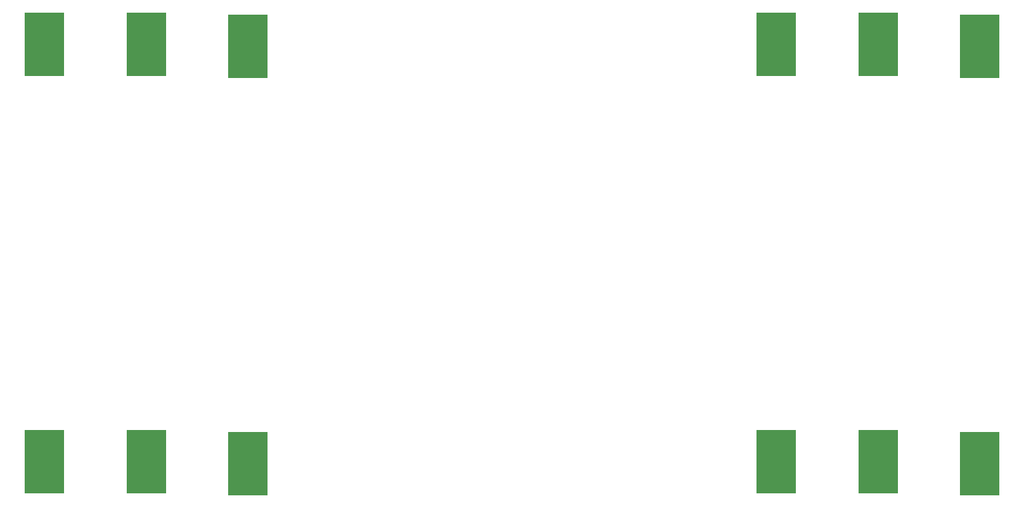
<source format=gbr>
%TF.GenerationSoftware,KiCad,Pcbnew,5.1.6-c6e7f7d~87~ubuntu20.04.1*%
%TF.CreationDate,2020-10-11T03:01:43+02:00*%
%TF.ProjectId,10A-Bias-T,3130412d-4269-4617-932d-542e6b696361,rev?*%
%TF.SameCoordinates,Original*%
%TF.FileFunction,Paste,Top*%
%TF.FilePolarity,Positive*%
%FSLAX46Y46*%
G04 Gerber Fmt 4.6, Leading zero omitted, Abs format (unit mm)*
G04 Created by KiCad (PCBNEW 5.1.6-c6e7f7d~87~ubuntu20.04.1) date 2020-10-11 03:01:43*
%MOMM*%
%LPD*%
G01*
G04 APERTURE LIST*
%ADD10C,0.100000*%
G04 APERTURE END LIST*
D10*
%TO.C,J1*%
G36*
X46900000Y-43800000D02*
G01*
X41900000Y-43800000D01*
X41900000Y-35700000D01*
X46900000Y-35700000D01*
X46900000Y-43800000D01*
G37*
G36*
X21100000Y-43550000D02*
G01*
X16100000Y-43550000D01*
X16100000Y-35450000D01*
X21100000Y-35450000D01*
X21100000Y-43550000D01*
G37*
G36*
X34000000Y-43550000D02*
G01*
X29000000Y-43550000D01*
X29000000Y-35450000D01*
X34000000Y-35450000D01*
X34000000Y-43550000D01*
G37*
%TD*%
%TO.C,J3*%
G36*
X34000000Y-96550000D02*
G01*
X29000000Y-96550000D01*
X29000000Y-88450000D01*
X34000000Y-88450000D01*
X34000000Y-96550000D01*
G37*
G36*
X21100000Y-96550000D02*
G01*
X16100000Y-96550000D01*
X16100000Y-88450000D01*
X21100000Y-88450000D01*
X21100000Y-96550000D01*
G37*
G36*
X46900000Y-96800000D02*
G01*
X41900000Y-96800000D01*
X41900000Y-88700000D01*
X46900000Y-88700000D01*
X46900000Y-96800000D01*
G37*
%TD*%
%TO.C,J4*%
G36*
X139800000Y-43800000D02*
G01*
X134800000Y-43800000D01*
X134800000Y-35700000D01*
X139800000Y-35700000D01*
X139800000Y-43800000D01*
G37*
G36*
X114000000Y-43550000D02*
G01*
X109000000Y-43550000D01*
X109000000Y-35450000D01*
X114000000Y-35450000D01*
X114000000Y-43550000D01*
G37*
G36*
X126900000Y-43550000D02*
G01*
X121900000Y-43550000D01*
X121900000Y-35450000D01*
X126900000Y-35450000D01*
X126900000Y-43550000D01*
G37*
%TD*%
%TO.C,J6*%
G36*
X126900000Y-96550000D02*
G01*
X121900000Y-96550000D01*
X121900000Y-88450000D01*
X126900000Y-88450000D01*
X126900000Y-96550000D01*
G37*
G36*
X114000000Y-96550000D02*
G01*
X109000000Y-96550000D01*
X109000000Y-88450000D01*
X114000000Y-88450000D01*
X114000000Y-96550000D01*
G37*
G36*
X139800000Y-96800000D02*
G01*
X134800000Y-96800000D01*
X134800000Y-88700000D01*
X139800000Y-88700000D01*
X139800000Y-96800000D01*
G37*
%TD*%
M02*

</source>
